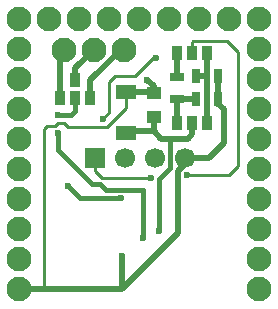
<source format=gbr>
G04 #@! TF.GenerationSoftware,KiCad,Pcbnew,6.0.4-1.fc34*
G04 #@! TF.CreationDate,2023-10-23T18:29:31+02:00*
G04 #@! TF.ProjectId,Microduino_ADC_DE,4d696372-6f64-4756-996e-6f5f4144435f,1.0*
G04 #@! TF.SameCoordinates,Original*
G04 #@! TF.FileFunction,Copper,L1,Top*
G04 #@! TF.FilePolarity,Positive*
%FSLAX46Y46*%
G04 Gerber Fmt 4.6, Leading zero omitted, Abs format (unit mm)*
G04 Created by KiCad (PCBNEW 6.0.4-1.fc34) date 2023-10-23 18:29:31*
%MOMM*%
%LPD*%
G01*
G04 APERTURE LIST*
G04 #@! TA.AperFunction,ComponentPad*
%ADD10R,1.700000X1.700000*%
G04 #@! TD*
G04 #@! TA.AperFunction,ComponentPad*
%ADD11C,1.700000*%
G04 #@! TD*
G04 #@! TA.AperFunction,SMDPad,CuDef*
%ADD12R,1.300000X0.700000*%
G04 #@! TD*
G04 #@! TA.AperFunction,SMDPad,CuDef*
%ADD13R,0.700000X1.300000*%
G04 #@! TD*
G04 #@! TA.AperFunction,SMDPad,CuDef*
%ADD14R,1.250000X1.000000*%
G04 #@! TD*
G04 #@! TA.AperFunction,SMDPad,CuDef*
%ADD15R,1.700000X1.300000*%
G04 #@! TD*
G04 #@! TA.AperFunction,SMDPad,CuDef*
%ADD16R,0.970000X1.270000*%
G04 #@! TD*
G04 #@! TA.AperFunction,ComponentPad*
%ADD17C,2.100000*%
G04 #@! TD*
G04 #@! TA.AperFunction,ViaPad*
%ADD18C,0.600000*%
G04 #@! TD*
G04 #@! TA.AperFunction,Conductor*
%ADD19C,0.400000*%
G04 #@! TD*
G04 #@! TA.AperFunction,Conductor*
%ADD20C,0.500000*%
G04 #@! TD*
G04 #@! TA.AperFunction,Conductor*
%ADD21C,0.250000*%
G04 #@! TD*
G04 APERTURE END LIST*
D10*
X147711000Y-77025000D03*
D11*
X150251000Y-77025000D03*
X152791000Y-77025000D03*
X155331000Y-77025000D03*
D12*
X154636000Y-72100000D03*
X154636000Y-70200000D03*
D13*
X156236000Y-70125000D03*
X158136000Y-70125000D03*
D14*
X152661000Y-73550000D03*
X152661000Y-71550000D03*
D15*
X150311000Y-74950000D03*
X150311000Y-71450000D03*
D13*
X156236000Y-72100000D03*
X158136000Y-72100000D03*
D16*
X154641000Y-68150000D03*
X155911000Y-68150000D03*
X157181000Y-68150000D03*
X154641000Y-74075000D03*
X155911000Y-74075000D03*
X157181000Y-74075000D03*
X147281000Y-72000000D03*
X146011000Y-72000000D03*
X144741000Y-72000000D03*
X146011000Y-70450000D03*
D17*
X161581000Y-88165000D03*
X161581000Y-85625000D03*
X161581000Y-83085000D03*
X161581000Y-80545000D03*
X161581000Y-78005000D03*
X161581000Y-75465000D03*
X161581000Y-72925000D03*
X161581000Y-70385000D03*
X161581000Y-67845000D03*
X161581000Y-65305000D03*
X159041000Y-65305000D03*
X156501000Y-65305000D03*
X153961000Y-65305000D03*
X151421000Y-65305000D03*
X148881000Y-65305000D03*
X146341000Y-65305000D03*
X143801000Y-65305000D03*
X141261000Y-65305000D03*
X141261000Y-67845000D03*
X141261000Y-70385000D03*
X141261000Y-72925000D03*
X141261000Y-75465000D03*
X141261000Y-78005000D03*
X141261000Y-80545000D03*
X141261000Y-83085000D03*
X141261000Y-85625000D03*
X141261000Y-88165000D03*
X145061000Y-67875000D03*
X147601000Y-67875000D03*
X150141000Y-67875000D03*
D18*
X144526000Y-74930000D03*
X152400000Y-78740000D03*
X155448000Y-78486000D03*
X152861000Y-68600000D03*
X148336000Y-73750000D03*
X152086000Y-70425000D03*
X149961000Y-85375000D03*
X151786000Y-83800000D03*
X144526000Y-73426999D03*
X153136000Y-83250000D03*
X149927752Y-80472010D03*
X145411000Y-79450000D03*
D19*
X144526000Y-73426999D02*
X145619001Y-73426999D01*
X145619001Y-73426999D02*
X146011000Y-73035000D01*
X146011000Y-73035000D02*
X146011000Y-72000000D01*
X154061000Y-77894496D02*
X154061000Y-75425000D01*
X151786000Y-79772511D02*
X151786000Y-83800000D01*
X144526000Y-76339022D02*
X147451488Y-79264510D01*
D20*
X155331000Y-77543044D02*
X154698499Y-78175545D01*
D19*
X153136000Y-78819496D02*
X154061000Y-77894496D01*
X148616741Y-79772511D02*
X149051260Y-79772510D01*
X147451488Y-79264510D02*
X148108740Y-79264510D01*
D21*
X147711000Y-77025000D02*
X147711000Y-78125000D01*
X159004000Y-78486000D02*
X159766000Y-77724000D01*
D19*
X145411000Y-79450000D02*
X146433010Y-80472010D01*
D21*
X155448000Y-78486000D02*
X159004000Y-78486000D01*
D19*
X149051260Y-79772510D02*
X151786000Y-79772511D01*
D21*
X155985511Y-67190489D02*
X155911000Y-67265000D01*
X148326000Y-78740000D02*
X152400000Y-78740000D01*
X147711000Y-78125000D02*
X148326000Y-78740000D01*
X158884489Y-67190489D02*
X155985511Y-67190489D01*
D19*
X144526000Y-74930000D02*
X144526000Y-76339022D01*
D21*
X155911000Y-67265000D02*
X155911000Y-68150000D01*
D20*
X155331000Y-77025000D02*
X155331000Y-77543044D01*
D19*
X148108740Y-79264510D02*
X148616741Y-79772511D01*
D20*
X154698499Y-78175545D02*
X154698499Y-83427501D01*
X154698499Y-83427501D02*
X149961000Y-88165000D01*
D19*
X153136000Y-83250000D02*
X153136000Y-78819496D01*
X146433010Y-80472010D02*
X149927752Y-80472010D01*
D21*
X159766000Y-77724000D02*
X159766000Y-68072000D01*
X159766000Y-68072000D02*
X158884489Y-67190489D01*
X152861000Y-68600000D02*
X152836000Y-68625000D01*
X152836000Y-68625000D02*
X152636000Y-68625000D01*
X152636000Y-68625000D02*
X151111000Y-70150000D01*
X151111000Y-70150000D02*
X149411000Y-70150000D01*
X149411000Y-70150000D02*
X148911000Y-70650000D01*
X148911000Y-70650000D02*
X148911000Y-73150000D01*
X148911000Y-73150000D02*
X148336000Y-73750000D01*
D20*
X158136000Y-72450000D02*
X158611000Y-72925000D01*
X158611000Y-72925000D02*
X158611000Y-75800000D01*
X158611000Y-75800000D02*
X157386000Y-77025000D01*
X157386000Y-77025000D02*
X155331000Y-77025000D01*
X152086000Y-70425000D02*
X152661000Y-71000000D01*
X152661000Y-71000000D02*
X152661000Y-71550000D01*
X152561000Y-71450000D02*
X152661000Y-71550000D01*
X149961000Y-85375000D02*
X149961000Y-88165000D01*
X149961000Y-88165000D02*
X143361000Y-88165000D01*
X143361000Y-88165000D02*
X141261000Y-88165000D01*
X158136000Y-70125000D02*
X158136000Y-72100000D01*
X158136000Y-72100000D02*
X158136000Y-72450000D01*
D21*
X144267322Y-74305499D02*
X143626501Y-74305499D01*
X143361000Y-74571000D02*
X143361000Y-88165000D01*
X150311000Y-71450000D02*
X150311000Y-72850000D01*
X148739000Y-74422000D02*
X145404501Y-74422000D01*
X143626501Y-74305499D02*
X143361000Y-74571000D01*
X144521322Y-74051499D02*
X144267322Y-74305499D01*
X145404501Y-74417322D02*
X145038678Y-74051499D01*
X145404501Y-74422000D02*
X145404501Y-74417322D01*
X145038678Y-74051499D02*
X144521322Y-74051499D01*
X150311000Y-72850000D02*
X148739000Y-74422000D01*
D20*
X150311000Y-71450000D02*
X152561000Y-71450000D01*
X147281000Y-70475000D02*
X149881000Y-67875000D01*
X147281000Y-72000000D02*
X147281000Y-70475000D01*
X150141000Y-67875000D02*
X149881000Y-67875000D01*
D19*
X146011000Y-72900000D02*
X146011000Y-72000000D01*
D20*
X144741000Y-68195000D02*
X145061000Y-67875000D01*
X144741000Y-72000000D02*
X144741000Y-68195000D01*
X154641000Y-72105000D02*
X154636000Y-72100000D01*
X154641000Y-74075000D02*
X154641000Y-72105000D01*
X156236000Y-72100000D02*
X154636000Y-72100000D01*
X152661000Y-74775000D02*
X153311000Y-75425000D01*
X153311000Y-75425000D02*
X154061000Y-75425000D01*
X155536000Y-75425000D02*
X155911000Y-75050000D01*
X155911000Y-75050000D02*
X155911000Y-74075000D01*
X152661000Y-74300000D02*
X152661000Y-74775000D01*
X154061000Y-75425000D02*
X155536000Y-75425000D01*
X150486000Y-74775000D02*
X150311000Y-74950000D01*
X152661000Y-74775000D02*
X150486000Y-74775000D01*
X152661000Y-73550000D02*
X152661000Y-74300000D01*
X154641000Y-70095000D02*
X154636000Y-70100000D01*
X154641000Y-68150000D02*
X154641000Y-70095000D01*
X157181000Y-70125000D02*
X157181000Y-74075000D01*
X156236000Y-70125000D02*
X157181000Y-70125000D01*
X157181000Y-68150000D02*
X157181000Y-70125000D01*
X146011000Y-69465000D02*
X147601000Y-67875000D01*
X146011000Y-70475000D02*
X146011000Y-69465000D01*
M02*

</source>
